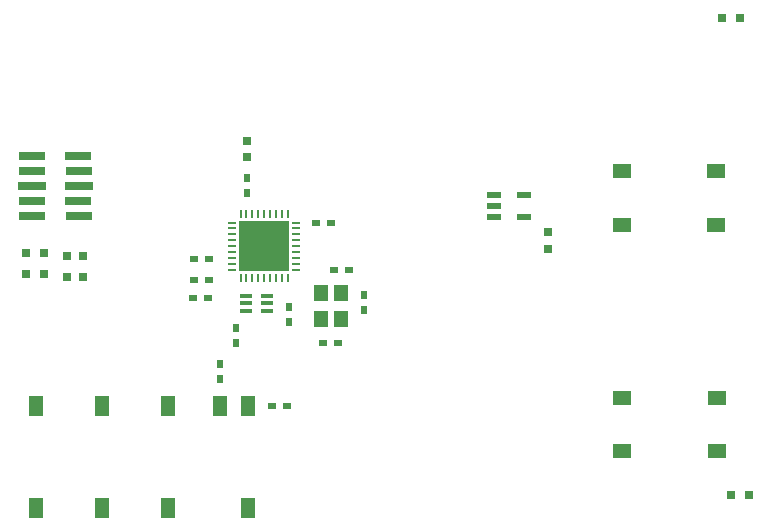
<source format=gbp>
*%FSLAX23Y23*%
*%MOIN*%
G01*
%ADD11C,0.000*%
%ADD12C,0.001*%
%ADD13C,0.002*%
%ADD14C,0.006*%
%ADD15C,0.007*%
%ADD16C,0.007*%
%ADD17C,0.008*%
%ADD18C,0.010*%
%ADD19C,0.012*%
%ADD20C,0.015*%
%ADD21C,0.018*%
%ADD22C,0.022*%
%ADD23C,0.024*%
%ADD24C,0.025*%
%ADD25C,0.029*%
%ADD26C,0.031*%
%ADD27C,0.031*%
%ADD28C,0.035*%
%ADD29C,0.035*%
%ADD30C,0.039*%
%ADD31C,0.039*%
%ADD32C,0.046*%
%ADD33C,0.047*%
%ADD34C,0.050*%
%ADD35C,0.051*%
%ADD36C,0.051*%
%ADD37C,0.054*%
%ADD38C,0.055*%
%ADD39C,0.058*%
%ADD40C,0.059*%
%ADD41C,0.059*%
%ADD42C,0.062*%
%ADD43C,0.067*%
%ADD44C,0.070*%
%ADD45C,0.074*%
%ADD46C,0.115*%
%ADD47C,0.135*%
%ADD48C,0.138*%
%ADD49C,0.138*%
%ADD50C,0.158*%
%ADD51C,0.158*%
%ADD52C,0.190*%
%ADD53C,0.194*%
%ADD54C,0.236*%
%ADD55C,0.240*%
%ADD56R,0.011X0.030*%
%ADD57R,0.012X0.030*%
%ADD58R,0.014X0.033*%
%ADD59R,0.014X0.037*%
%ADD60R,0.015X0.034*%
%ADD61R,0.016X0.034*%
%ADD62R,0.018X0.037*%
%ADD63R,0.018X0.041*%
%ADD64R,0.020X0.025*%
%ADD65R,0.021X0.021*%
%ADD66R,0.024X0.029*%
%ADD67R,0.025X0.020*%
%ADD68R,0.029X0.024*%
%ADD69R,0.030X0.011*%
%ADD70R,0.030X0.030*%
%ADD71R,0.031X0.031*%
%ADD72R,0.033X0.014*%
%ADD73R,0.034X0.015*%
%ADD74R,0.034X0.034*%
%ADD75R,0.035X0.035*%
%ADD76R,0.037X0.014*%
%ADD77R,0.037X0.018*%
%ADD78R,0.039X0.055*%
%ADD79R,0.039X0.014*%
%ADD80R,0.040X0.083*%
%ADD81R,0.041X0.018*%
%ADD82R,0.043X0.059*%
%ADD83R,0.043X0.018*%
%ADD84R,0.044X0.087*%
%ADD85R,0.047X0.055*%
%ADD86R,0.048X0.024*%
%ADD87R,0.050X0.023*%
%ADD88R,0.050X0.060*%
%ADD89R,0.051X0.071*%
%ADD90R,0.051X0.059*%
%ADD91R,0.052X0.028*%
%ADD92R,0.054X0.027*%
%ADD93R,0.054X0.064*%
%ADD94R,0.055X0.039*%
%ADD95R,0.055X0.075*%
%ADD96R,0.057X0.012*%
%ADD97R,0.057X0.067*%
%ADD98R,0.059X0.043*%
%ADD99R,0.060X0.060*%
%ADD100R,0.061X0.024*%
%ADD101R,0.061X0.051*%
%ADD102R,0.061X0.016*%
%ADD103R,0.061X0.071*%
%ADD104R,0.063X0.039*%
%ADD105R,0.064X0.064*%
%ADD106R,0.065X0.028*%
%ADD107R,0.065X0.055*%
%ADD108R,0.067X0.043*%
%ADD109R,0.085X0.030*%
%ADD110R,0.089X0.034*%
%ADD111R,0.094X0.030*%
%ADD112R,0.098X0.034*%
%ADD113R,0.104X0.104*%
%ADD114R,0.108X0.108*%
%ADD115R,0.116X0.138*%
%ADD116R,0.120X0.142*%
%ADD117R,0.134X0.059*%
%ADD118R,0.138X0.039*%
%ADD119R,0.138X0.063*%
%ADD120R,0.142X0.043*%
%ADD121R,0.169X0.169*%
%ADD122R,0.173X0.173*%
%ADD123R,0.250X0.250*%
D56*
X9436Y7840D02*
D03*
X9455D02*
D03*
X9475D02*
D03*
X9495D02*
D03*
X9514D02*
D03*
X9534D02*
D03*
X9554D02*
D03*
Y8054D02*
D03*
X9534D02*
D03*
X9514D02*
D03*
X9495D02*
D03*
X9475D02*
D03*
X9455D02*
D03*
X9436D02*
D03*
X9573Y7840D02*
D03*
X9593D02*
D03*
Y8054D02*
D03*
X9573D02*
D03*
D64*
X9456Y8123D02*
D03*
Y8173D02*
D03*
X9596Y7743D02*
D03*
Y7693D02*
D03*
X9846Y7733D02*
D03*
Y7783D02*
D03*
X9367Y7504D02*
D03*
Y7554D02*
D03*
X9422Y7624D02*
D03*
Y7674D02*
D03*
D67*
X9738Y8023D02*
D03*
X9688D02*
D03*
X9796Y7868D02*
D03*
X9746D02*
D03*
X9711Y7623D02*
D03*
X9761D02*
D03*
X9541Y7413D02*
D03*
X9591D02*
D03*
X9278Y7773D02*
D03*
X9328D02*
D03*
X9331Y7833D02*
D03*
X9281D02*
D03*
X9331Y7903D02*
D03*
X9281D02*
D03*
D69*
X9407Y7907D02*
D03*
Y7927D02*
D03*
Y7947D02*
D03*
Y7966D02*
D03*
Y7986D02*
D03*
Y8006D02*
D03*
Y8025D02*
D03*
X9621Y7907D02*
D03*
Y7927D02*
D03*
Y7947D02*
D03*
Y7966D02*
D03*
Y7986D02*
D03*
Y8006D02*
D03*
Y8025D02*
D03*
X9407Y7888D02*
D03*
Y7868D02*
D03*
X9621D02*
D03*
Y7888D02*
D03*
D70*
X9457Y8299D02*
D03*
Y8244D02*
D03*
X10462Y7994D02*
D03*
Y7939D02*
D03*
X8856Y7843D02*
D03*
X8911D02*
D03*
X8856Y7913D02*
D03*
X8911D02*
D03*
D71*
X11131Y7118D02*
D03*
X11071D02*
D03*
X11102Y8709D02*
D03*
X11042D02*
D03*
X8721Y7923D02*
D03*
X8781D02*
D03*
X8721Y7853D02*
D03*
X8781D02*
D03*
D79*
X9524Y7730D02*
D03*
Y7756D02*
D03*
Y7781D02*
D03*
X9453D02*
D03*
Y7756D02*
D03*
Y7730D02*
D03*
D85*
X9770Y7703D02*
D03*
X9703D02*
D03*
X9770Y7790D02*
D03*
X9703D02*
D03*
D87*
X10282Y8044D02*
D03*
Y8119D02*
D03*
Y8081D02*
D03*
X10382Y8044D02*
D03*
Y8119D02*
D03*
D89*
X8753Y7075D02*
D03*
X8974D02*
D03*
X8753Y7414D02*
D03*
X8974D02*
D03*
X9462D02*
D03*
X9462Y7075D02*
D03*
X9194D02*
D03*
Y7414D02*
D03*
X9367D02*
D03*
D101*
X11023Y7442D02*
D03*
X10708D02*
D03*
X11023Y7265D02*
D03*
X10708D02*
D03*
X11022Y8196D02*
D03*
X10707D02*
D03*
X11022Y8019D02*
D03*
X10707D02*
D03*
D109*
X8896Y8046D02*
D03*
X8895Y8096D02*
D03*
X8742Y8046D02*
D03*
Y8096D02*
D03*
X8896Y8196D02*
D03*
X8895Y8246D02*
D03*
X8742Y8196D02*
D03*
Y8246D02*
D03*
D111*
X8896Y8146D02*
D03*
X8742D02*
D03*
D121*
X9514Y7947D02*
D03*
M02*

</source>
